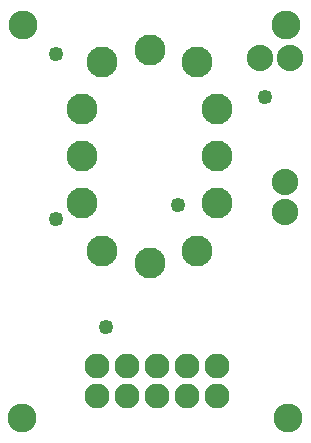
<source format=gts>
G04 MADE WITH FRITZING*
G04 WWW.FRITZING.ORG*
G04 DOUBLE SIDED*
G04 HOLES PLATED*
G04 CONTOUR ON CENTER OF CONTOUR VECTOR*
%ASAXBY*%
%FSLAX23Y23*%
%MOIN*%
%OFA0B0*%
%SFA1.0B1.0*%
%ADD10C,0.096614*%
%ADD11C,0.049370*%
%ADD12C,0.083667*%
%ADD13C,0.103195*%
%ADD14C,0.088000*%
%LNMASK1*%
G90*
G70*
G54D10*
X66Y74D03*
X948Y1385D03*
X952Y74D03*
X70Y1384D03*
G54D11*
X348Y376D03*
X180Y736D03*
X876Y1144D03*
X180Y1288D03*
X588Y784D03*
G54D12*
X718Y146D03*
X718Y246D03*
X618Y146D03*
X618Y246D03*
X518Y146D03*
X518Y246D03*
X418Y146D03*
X418Y246D03*
X318Y146D03*
X318Y246D03*
X718Y146D03*
X718Y246D03*
X618Y146D03*
X618Y246D03*
X518Y146D03*
X518Y246D03*
X418Y146D03*
X418Y246D03*
X318Y146D03*
X318Y246D03*
G54D13*
X649Y631D03*
X718Y789D03*
X334Y631D03*
X265Y789D03*
X265Y946D03*
X265Y1104D03*
X334Y1261D03*
X492Y1301D03*
X649Y1261D03*
X718Y1104D03*
X718Y946D03*
X492Y592D03*
X649Y631D03*
X718Y789D03*
X334Y631D03*
X265Y789D03*
X265Y946D03*
X265Y1104D03*
X334Y1261D03*
X492Y1301D03*
X649Y1261D03*
X718Y1104D03*
X718Y946D03*
X492Y592D03*
G54D14*
X944Y861D03*
X944Y761D03*
X944Y861D03*
X944Y761D03*
X960Y1275D03*
X860Y1275D03*
X960Y1275D03*
X860Y1275D03*
G04 End of Mask1*
M02*
</source>
